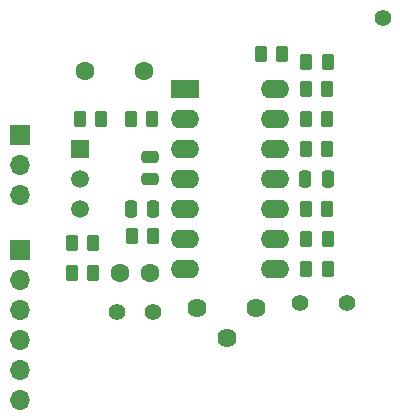
<source format=gts>
G04 #@! TF.GenerationSoftware,KiCad,Pcbnew,7.0.6-0*
G04 #@! TF.CreationDate,2023-08-18T21:45:25+02:00*
G04 #@! TF.ProjectId,shmoergh-funk-live-voice,73686d6f-6572-4676-982d-66756e6b2d6c,rev?*
G04 #@! TF.SameCoordinates,Original*
G04 #@! TF.FileFunction,Soldermask,Top*
G04 #@! TF.FilePolarity,Negative*
%FSLAX46Y46*%
G04 Gerber Fmt 4.6, Leading zero omitted, Abs format (unit mm)*
G04 Created by KiCad (PCBNEW 7.0.6-0) date 2023-08-18 21:45:25*
%MOMM*%
%LPD*%
G01*
G04 APERTURE LIST*
G04 Aperture macros list*
%AMRoundRect*
0 Rectangle with rounded corners*
0 $1 Rounding radius*
0 $2 $3 $4 $5 $6 $7 $8 $9 X,Y pos of 4 corners*
0 Add a 4 corners polygon primitive as box body*
4,1,4,$2,$3,$4,$5,$6,$7,$8,$9,$2,$3,0*
0 Add four circle primitives for the rounded corners*
1,1,$1+$1,$2,$3*
1,1,$1+$1,$4,$5*
1,1,$1+$1,$6,$7*
1,1,$1+$1,$8,$9*
0 Add four rect primitives between the rounded corners*
20,1,$1+$1,$2,$3,$4,$5,0*
20,1,$1+$1,$4,$5,$6,$7,0*
20,1,$1+$1,$6,$7,$8,$9,0*
20,1,$1+$1,$8,$9,$2,$3,0*%
G04 Aperture macros list end*
%ADD10C,1.400000*%
%ADD11RoundRect,0.250000X-0.262500X-0.450000X0.262500X-0.450000X0.262500X0.450000X-0.262500X0.450000X0*%
%ADD12C,1.620000*%
%ADD13R,1.500000X1.500000*%
%ADD14C,1.500000*%
%ADD15RoundRect,0.250000X0.262500X0.450000X-0.262500X0.450000X-0.262500X-0.450000X0.262500X-0.450000X0*%
%ADD16RoundRect,0.250000X0.250000X0.475000X-0.250000X0.475000X-0.250000X-0.475000X0.250000X-0.475000X0*%
%ADD17C,1.600000*%
%ADD18R,2.400000X1.600000*%
%ADD19O,2.400000X1.600000*%
%ADD20R,1.700000X1.700000*%
%ADD21O,1.700000X1.700000*%
%ADD22RoundRect,0.250000X0.475000X-0.250000X0.475000X0.250000X-0.475000X0.250000X-0.475000X-0.250000X0*%
G04 APERTURE END LIST*
D10*
X157607000Y-82997000D03*
X154559000Y-107127000D03*
X150622000Y-107127000D03*
X135128000Y-107889000D03*
X138176000Y-107889000D03*
D11*
X151083000Y-94046000D03*
X152908000Y-94046000D03*
D12*
X146899000Y-107548000D03*
X144399000Y-110048000D03*
X141899000Y-107548000D03*
D13*
X132011000Y-94036000D03*
D14*
X132011000Y-96576000D03*
X132011000Y-99116000D03*
D15*
X152955000Y-101666000D03*
X151130000Y-101666000D03*
X152955000Y-86680000D03*
X151130000Y-86680000D03*
D16*
X152969000Y-96586000D03*
X151069000Y-96586000D03*
D15*
X152931500Y-88966000D03*
X151106500Y-88966000D03*
D17*
X135402000Y-104587000D03*
X137902000Y-104587000D03*
D16*
X138176000Y-99126000D03*
X136276000Y-99126000D03*
D15*
X138096000Y-91506000D03*
X136271000Y-91506000D03*
X138176000Y-101412000D03*
X136351000Y-101412000D03*
D17*
X137414000Y-87442000D03*
X132414000Y-87442000D03*
D15*
X133778000Y-91506000D03*
X131953000Y-91506000D03*
D11*
X131294500Y-104587000D03*
X133119500Y-104587000D03*
X147296500Y-86045000D03*
X149121500Y-86045000D03*
X151083000Y-99126000D03*
X152908000Y-99126000D03*
D18*
X140843000Y-88966000D03*
D19*
X140843000Y-91506000D03*
X140843000Y-94046000D03*
X140843000Y-96586000D03*
X140843000Y-99126000D03*
X140843000Y-101666000D03*
X140843000Y-104206000D03*
X148463000Y-104206000D03*
X148463000Y-101666000D03*
X148463000Y-99126000D03*
X148463000Y-96586000D03*
X148463000Y-94046000D03*
X148463000Y-91506000D03*
X148463000Y-88966000D03*
D11*
X131294500Y-102047000D03*
X133119500Y-102047000D03*
D20*
X126873000Y-102616000D03*
D21*
X126873000Y-105156000D03*
X126873000Y-107696000D03*
X126873000Y-110236000D03*
X126873000Y-112776000D03*
X126873000Y-115316000D03*
D22*
X137922000Y-96647000D03*
X137922000Y-94747000D03*
D15*
X152931500Y-91506000D03*
X151106500Y-91506000D03*
X151130000Y-104206000D03*
X152955000Y-104206000D03*
D20*
X126873000Y-92904036D03*
D21*
X126873000Y-95444036D03*
X126873000Y-97984036D03*
M02*

</source>
